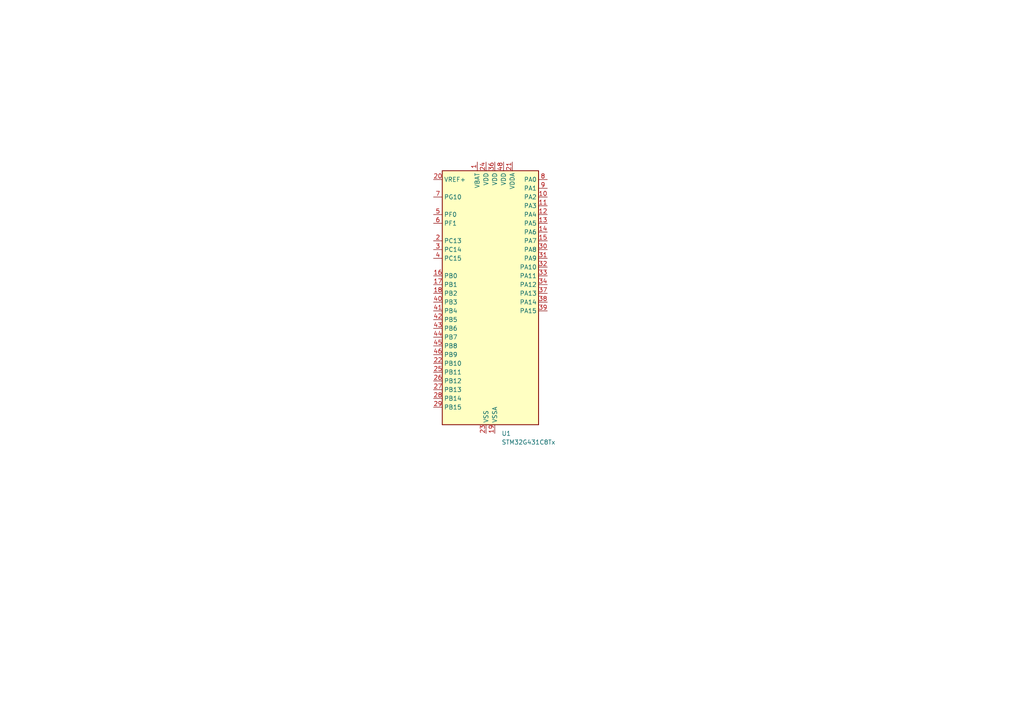
<source format=kicad_sch>
(kicad_sch (version 20230121) (generator eeschema)
  (paper "A4")
  (lib_symbols
    (symbol "MCU_ST_STM32G4:STM32G431C8Tx"
      (property "Reference" "U" (at -12.7 39.37 0))
      (property "Value" "STM32G431C8Tx" (at 10.16 39.37 0))
      (symbol "STM32G431C8Tx_0_1"
        (rectangle (start -12.7 -35.56) (end 15.24 38.1) (stroke (width 0.254)) (fill (type background)))
      )
      (symbol "STM32G431C8Tx_1_1"
        (pin power_in line (at -2.54 40.64 270) (length 2.54) (name "VBAT") (number "1"))
        (pin bidirectional line (at 17.78 30.48 180) (length 2.54) (name "PA2") (number "10"))
        (pin bidirectional line (at 17.78 27.94 180) (length 2.54) (name "PA3") (number "11"))
        (pin bidirectional line (at 17.78 25.4 180) (length 2.54) (name "PA4") (number "12"))
        (pin bidirectional line (at 17.78 22.86 180) (length 2.54) (name "PA5") (number "13"))
        (pin bidirectional line (at 17.78 20.32 180) (length 2.54) (name "PA6") (number "14"))
        (pin bidirectional line (at 17.78 17.78 180) (length 2.54) (name "PA7") (number "15"))
        (pin bidirectional line (at -15.24 7.62 0) (length 2.54) (name "PB0") (number "16"))
        (pin bidirectional line (at -15.24 5.08 0) (length 2.54) (name "PB1") (number "17"))
        (pin bidirectional line (at -15.24 2.54 0) (length 2.54) (name "PB2") (number "18"))
        (pin power_in line (at 2.54 -38.1 90) (length 2.54) (name "VSSA") (number "19"))
        (pin bidirectional line (at -15.24 17.78 0) (length 2.54) (name "PC13") (number "2"))
        (pin input line (at -15.24 35.56 0) (length 2.54) (name "VREF+") (number "20"))
        (pin power_in line (at 7.62 40.64 270) (length 2.54) (name "VDDA") (number "21"))
        (pin bidirectional line (at -15.24 -17.78 0) (length 2.54) (name "PB10") (number "22"))
        (pin power_in line (at 0 -38.1 90) (length 2.54) (name "VSS") (number "23"))
        (pin power_in line (at 0 40.64 270) (length 2.54) (name "VDD") (number "24"))
        (pin bidirectional line (at -15.24 -20.32 0) (length 2.54) (name "PB11") (number "25"))
        (pin bidirectional line (at -15.24 -22.86 0) (length 2.54) (name "PB12") (number "26"))
        (pin bidirectional line (at -15.24 -25.4 0) (length 2.54) (name "PB13") (number "27"))
        (pin bidirectional line (at -15.24 -27.94 0) (length 2.54) (name "PB14") (number "28"))
        (pin bidirectional line (at -15.24 -30.48 0) (length 2.54) (name "PB15") (number "29"))
        (pin bidirectional line (at -15.24 15.24 0) (length 2.54) (name "PC14") (number "3"))
        (pin bidirectional line (at 17.78 15.24 180) (length 2.54) (name "PA8") (number "30"))
        (pin bidirectional line (at 17.78 12.7 180) (length 2.54) (name "PA9") (number "31"))
        (pin bidirectional line (at 17.78 10.16 180) (length 2.54) (name "PA10") (number "32"))
        (pin bidirectional line (at 17.78 7.62 180) (length 2.54) (name "PA11") (number "33"))
        (pin bidirectional line (at 17.78 5.08 180) (length 2.54) (name "PA12") (number "34"))
        (pin passive line (at 0 -38.1 90) (length 2.54) hide (name "VSS") (number "35"))
        (pin power_in line (at 2.54 40.64 270) (length 2.54) (name "VDD") (number "36"))
        (pin bidirectional line (at 17.78 2.54 180) (length 2.54) (name "PA13") (number "37"))
        (pin bidirectional line (at 17.78 0 180) (length 2.54) (name "PA14") (number "38"))
        (pin bidirectional line (at 17.78 -2.54 180) (length 2.54) (name "PA15") (number "39"))
        (pin bidirectional line (at -15.24 12.7 0) (length 2.54) (name "PC15") (number "4"))
        (pin bidirectional line (at -15.24 0 0) (length 2.54) (name "PB3") (number "40"))
        (pin bidirectional line (at -15.24 -2.54 0) (length 2.54) (name "PB4") (number "41"))
        (pin bidirectional line (at -15.24 -5.08 0) (length 2.54) (name "PB5") (number "42"))
        (pin bidirectional line (at -15.24 -7.62 0) (length 2.54) (name "PB6") (number "43"))
        (pin bidirectional line (at -15.24 -10.16 0) (length 2.54) (name "PB7") (number "44"))
        (pin bidirectional line (at -15.24 -12.7 0) (length 2.54) (name "PB8") (number "45"))
        (pin bidirectional line (at -15.24 -15.24 0) (length 2.54) (name "PB9") (number "46"))
        (pin passive line (at 0 -38.1 90) (length 2.54) hide (name "VSS") (number "47"))
        (pin power_in line (at 5.08 40.64 270) (length 2.54) (name "VDD") (number "48"))
        (pin bidirectional line (at -15.24 25.4 0) (length 2.54) (name "PF0") (number "5"))
        (pin bidirectional line (at -15.24 22.86 0) (length 2.54) (name "PF1") (number "6"))
        (pin bidirectional line (at -15.24 30.48 0) (length 2.54) (name "PG10") (number "7"))
        (pin bidirectional line (at 17.78 35.56 180) (length 2.54) (name "PA0") (number "8"))
        (pin bidirectional line (at 17.78 33.02 180) (length 2.54) (name "PA1") (number "9"))
      )
    )
  )
  (symbol (lib_id "MCU_ST_STM32G4:STM32G431C8Tx") (at 140.97 87.63 0) (unit 1)
    (property "Reference" "U1" (at 145.4659 125.73 0) (effects (justify left)))
    (property "Value" "STM32G431C8Tx" (at 145.4659 128.27 0) (effects (justify left)))
    (property "Footprint" "Package_QFP:LQFP-48_7x7mm_P0.5mm" (effects hide))
    (property "Datasheet" "https://www.st.com/resource/en/datasheet/stm32g431c8.pdf" (effects hide))
  )
)
</source>
